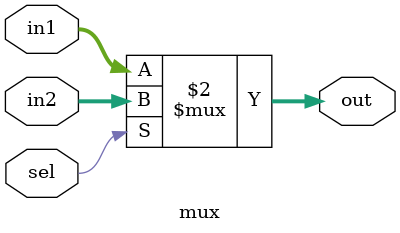
<source format=v>
`timescale 1ns / 1ps
module mux #(parameter WIDTH = 32)(
    input wire [WIDTH - 1:0]  in1,
    input wire [WIDTH - 1:0]  in2,
    input wire         sel,
    output wire [WIDTH - 1:0] out
);

assign  out = (sel==1'b0)?in1:in2;
    
endmodule
</source>
